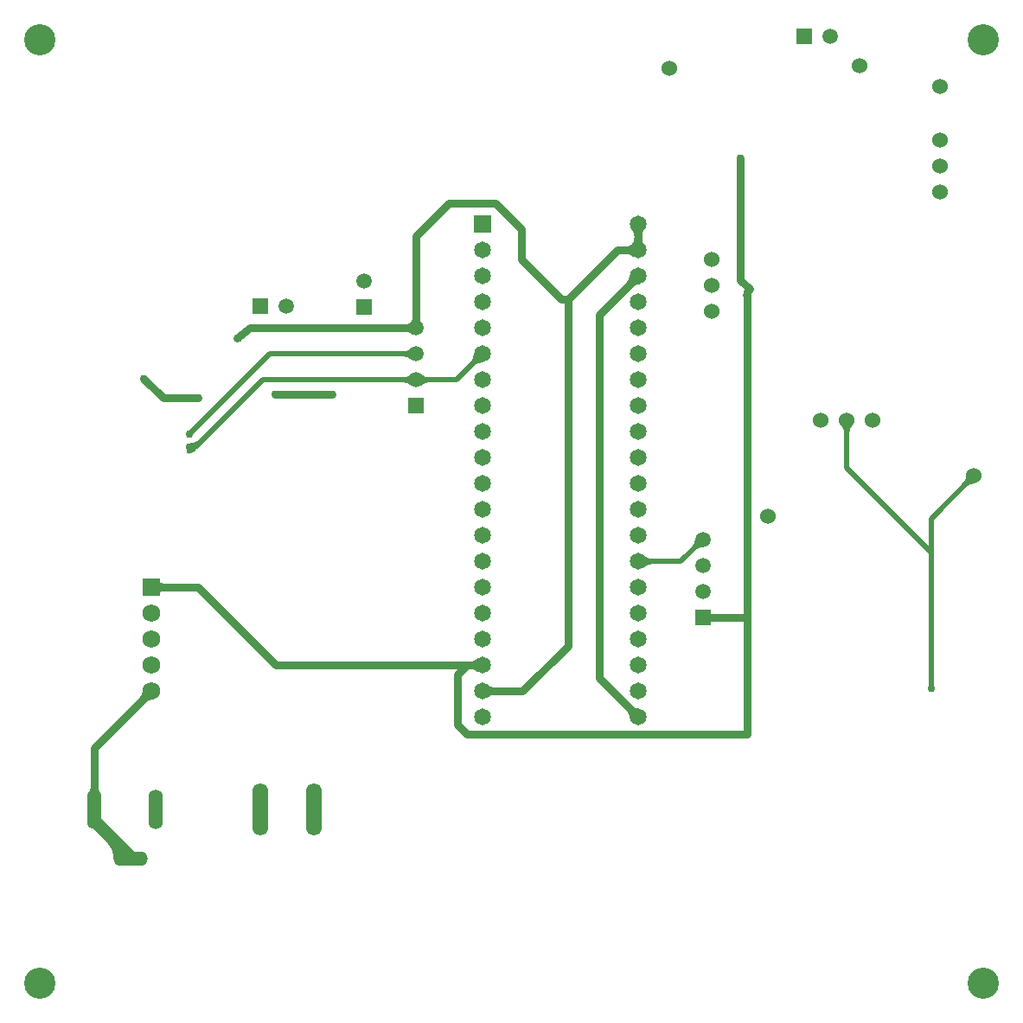
<source format=gbl>
%FSLAX25Y25*%
%MOIN*%
G70*
G01*
G75*
G04 Layer_Physical_Order=2*
G04 Layer_Color=16711680*
%ADD10C,0.02000*%
%ADD11C,0.03000*%
%ADD12R,0.04724X0.02756*%
%ADD13R,0.05315X0.03347*%
%ADD14R,0.03347X0.05315*%
%ADD15O,0.07087X0.02441*%
%ADD16R,0.07087X0.02441*%
%ADD17R,0.12000X0.12000*%
%ADD18O,0.02362X0.07480*%
%ADD19R,0.02756X0.04724*%
%ADD20C,0.05000*%
%ADD21C,0.05906*%
%ADD22R,0.05906X0.05906*%
%ADD23R,0.05906X0.05906*%
%ADD24R,0.06900X0.06900*%
%ADD25C,0.06900*%
%ADD26C,0.12000*%
%ADD27C,0.06500*%
%ADD28R,0.06500X0.06500*%
%ADD29O,0.05600X0.15200*%
%ADD30O,0.13200X0.05600*%
%ADD31O,0.06000X0.20200*%
%ADD32C,0.06000*%
%ADD33C,0.03000*%
%ADD34C,0.01000*%
D10*
X72500Y220000D02*
G03*
X74207Y220707I0J2414D01*
G01*
X72500Y222000D02*
G03*
X77621Y224121I0J7243D01*
G01*
X375000Y208500D02*
G03*
X371586Y207086I0J-4828D01*
G01*
X371586Y207086D02*
G03*
X373000Y210500I-3414J3414D01*
G01*
X327414Y230586D02*
G03*
X326000Y227172I3414J-3414D01*
G01*
D02*
G03*
X324586Y230586I-4828J0D01*
G01*
X158619Y256119D02*
G03*
X155286Y257500I-3334J-3334D01*
G01*
D02*
G03*
X158619Y258881I0J4714D01*
G01*
Y246119D02*
G03*
X155286Y247500I-3334J-3334D01*
G01*
D02*
G03*
X158619Y248881I0J4714D01*
G01*
X161381D02*
G03*
X164714Y247500I3334J3334D01*
G01*
D02*
G03*
X161381Y246119I0J-4714D01*
G01*
X185500Y255250D02*
G03*
X181659Y253659I0J-5432D01*
G01*
D02*
G03*
X183250Y257500I-3841J3841D01*
G01*
X247091Y179091D02*
G03*
X250932Y177500I3841J3841D01*
G01*
D02*
G03*
X247091Y175909I0J-5432D01*
G01*
X270500Y184047D02*
G03*
X267166Y182667I0J-4714D01*
G01*
X267166Y182666D02*
G03*
X268547Y186000I-3334J3334D01*
G01*
X371586Y207086D02*
G03*
X373000Y210500I-3414J3414D01*
G01*
X375000Y208500D02*
G03*
X371586Y207086I0J-4828D01*
G01*
X326000Y227172D02*
G03*
X324586Y230586I-4828J0D01*
G01*
X327414D02*
G03*
X326000Y227172I3414J-3414D01*
G01*
X155286Y257500D02*
G03*
X158619Y258881I0J4714D01*
G01*
Y256119D02*
G03*
X155286Y257500I-3334J-3334D01*
G01*
X164714Y247500D02*
G03*
X161381Y246119I0J-4714D01*
G01*
Y248881D02*
G03*
X164714Y247500I3334J3334D01*
G01*
X155286D02*
G03*
X158619Y248881I0J4714D01*
G01*
Y246119D02*
G03*
X155286Y247500I-3334J-3334D01*
G01*
X181659Y253659D02*
G03*
X183250Y257500I-3841J3841D01*
G01*
X185500Y255250D02*
G03*
X181659Y253659I0J-5432D01*
G01*
X72500Y222000D02*
G03*
X77621Y224121I0J7243D01*
G01*
X72500Y220000D02*
G03*
X74207Y220707I0J2414D01*
G01*
X262000Y177500D02*
X270500Y186000D01*
X245500Y177500D02*
X262000D01*
X103500Y257500D02*
X160000D01*
X72500Y226500D02*
X103500Y257500D01*
X101000Y247500D02*
X175500D01*
X75000Y221500D02*
X101000Y247500D01*
X72500Y221500D02*
X75000D01*
X358500Y128500D02*
Y181000D01*
X326000Y213500D02*
X358500Y181000D01*
X326000Y213500D02*
Y232000D01*
X175500Y247500D02*
X185500Y257500D01*
X358500Y194000D02*
X375000Y210500D01*
X358500Y181000D02*
Y194000D01*
D11*
X288500Y282500D02*
G03*
X287500Y280086I2414J-2414D01*
G01*
X158973Y266473D02*
G03*
X156493Y267500I-2480J-2480D01*
G01*
D02*
G03*
X158973Y268527I0J3507D01*
G01*
D02*
G03*
X160000Y271007I-2480J2480D01*
G01*
D02*
G03*
X161027Y268527I3507J0D01*
G01*
X35081Y87719D02*
G03*
X36000Y89938I-2219J2219D01*
G01*
D02*
G03*
X36919Y87719I3139J0D01*
G01*
X184263Y136263D02*
G03*
X181275Y137500I-2987J-2987D01*
G01*
D02*
G03*
X184263Y138737I0J4225D01*
G01*
X186737Y128737D02*
G03*
X189725Y127500I2987J2987D01*
G01*
D02*
G03*
X186737Y126263I0J-4225D01*
G01*
X243750Y117500D02*
G03*
X242513Y120487I-4225J0D01*
G01*
X242513Y120487D02*
G03*
X245500Y119250I2987J2987D01*
G01*
X246737Y306263D02*
G03*
X245500Y303275I2987J-2987D01*
G01*
D02*
G03*
X244263Y306263I-4225J0D01*
G01*
X245500Y285750D02*
G03*
X242513Y284513I0J-4225D01*
G01*
X242513Y284513D02*
G03*
X243750Y287500I-2987J2987D01*
G01*
X244263Y296263D02*
G03*
X241275Y297500I-2987J-2987D01*
G01*
D02*
G03*
X244263Y298737I0J4225D01*
G01*
D02*
G03*
X245500Y301725I-2987J2987D01*
G01*
D02*
G03*
X246737Y298737I4225J0D01*
G01*
X58000Y125550D02*
G03*
X54671Y124171I0J-4708D01*
G01*
D02*
G03*
X56050Y127500I-3329J3329D01*
G01*
X59379Y168879D02*
G03*
X62708Y167500I3329J3329D01*
G01*
D02*
G03*
X59379Y166121I0J-4708D01*
G01*
X271527Y157027D02*
G03*
X274007Y156000I2480J2480D01*
G01*
D02*
G03*
X271527Y154973I0J-3507D01*
G01*
X160000Y271007D02*
G03*
X161027Y268527I3507J0D01*
G01*
X158973D02*
G03*
X160000Y271007I-2480J2480D01*
G01*
X156493Y267500D02*
G03*
X158973Y268527I0J3507D01*
G01*
Y266473D02*
G03*
X156493Y267500I-2480J-2480D01*
G01*
X36000Y89938D02*
G03*
X36919Y87719I3139J0D01*
G01*
X35081D02*
G03*
X36000Y89938I-2219J2219D01*
G01*
X181275Y137500D02*
G03*
X184263Y138737I0J4225D01*
G01*
Y136263D02*
G03*
X181275Y137500I-2987J-2987D01*
G01*
X189725Y127500D02*
G03*
X186737Y126263I0J-4225D01*
G01*
Y128737D02*
G03*
X189725Y127500I2987J2987D01*
G01*
X242513Y120487D02*
G03*
X245500Y119250I2987J2987D01*
G01*
X243750Y117500D02*
G03*
X242513Y120487I-4225J0D01*
G01*
X245500Y303275D02*
G03*
X244263Y306263I-4225J0D01*
G01*
X246737D02*
G03*
X245500Y303275I2987J-2987D01*
G01*
X242513Y284513D02*
G03*
X243750Y287500I-2987J2987D01*
G01*
X245500Y285750D02*
G03*
X242513Y284513I0J-4225D01*
G01*
X241275Y297500D02*
G03*
X244263Y298737I0J4225D01*
G01*
Y296263D02*
G03*
X241275Y297500I-2987J-2987D01*
G01*
X245500Y301725D02*
G03*
X246737Y298737I4225J0D01*
G01*
X244263D02*
G03*
X245500Y301725I-2987J2987D01*
G01*
X54671Y124171D02*
G03*
X56050Y127500I-3329J3329D01*
G01*
X58000Y125550D02*
G03*
X54671Y124171I0J-4708D01*
G01*
X62708Y167500D02*
G03*
X59379Y166121I0J-4708D01*
G01*
Y168879D02*
G03*
X62708Y167500I3329J3329D01*
G01*
X287500Y156000D02*
Y185000D01*
Y111000D02*
Y156000D01*
X270500D02*
X287500D01*
Y185000D02*
Y281500D01*
X288500Y282500D01*
X105500Y242000D02*
X127500D01*
X96000Y267500D02*
X160000D01*
X90953Y263453D02*
X96000Y267500D01*
X200500Y294000D02*
Y305500D01*
X190500Y315500D02*
X200500Y305500D01*
X172500Y315500D02*
X190500D01*
X160000Y303000D02*
X172500Y315500D01*
X200500Y294000D02*
X216000Y278500D01*
X218500D01*
X160000Y267500D02*
Y303000D01*
X106000Y137500D02*
X179500D01*
X76000Y167500D02*
X106000Y137500D01*
X58000Y167500D02*
X76000D01*
X179500Y137500D02*
X185500D01*
X176000Y134000D02*
X179500Y137500D01*
X176000Y114500D02*
Y134000D01*
X179500Y111000D02*
X287500D01*
X176000Y114500D02*
X179500Y111000D01*
X285000Y286000D02*
X288500Y282500D01*
X285000Y286000D02*
Y333000D01*
X230500Y132500D02*
X245500Y117500D01*
X230500Y132500D02*
Y272500D01*
X245500Y287500D01*
X237500Y297500D02*
X245500D01*
X218500Y278500D02*
X237500Y297500D01*
X218500Y145000D02*
Y278500D01*
X201000Y127500D02*
X218500Y145000D01*
X185500Y127500D02*
X201000D01*
X245500Y297500D02*
Y307500D01*
X36000Y82000D02*
Y105500D01*
X58000Y127500D01*
X55000Y248000D02*
X62500Y240500D01*
X76000D01*
D20*
X46000Y63000D02*
G03*
X42818Y70682I-10864J0D01*
G01*
X46000Y63000D02*
G03*
X42818Y70682I-10864J0D01*
G01*
X36000Y77500D02*
X50000Y63500D01*
D21*
X270500Y186000D02*
D03*
Y176000D02*
D03*
Y166000D02*
D03*
X319500Y380000D02*
D03*
X160000Y247500D02*
D03*
Y257500D02*
D03*
Y267500D02*
D03*
X110000Y276000D02*
D03*
X140000Y285500D02*
D03*
D22*
X270500Y156000D02*
D03*
X160000Y237500D02*
D03*
X140000Y275500D02*
D03*
D23*
X309500Y380000D02*
D03*
X100000Y276000D02*
D03*
D24*
X58000Y167500D02*
D03*
D25*
Y157500D02*
D03*
Y147500D02*
D03*
Y137500D02*
D03*
Y127500D02*
D03*
D26*
X378701Y15000D02*
D03*
X15000D02*
D03*
X378701Y378701D02*
D03*
X15000D02*
D03*
D27*
X245500Y257500D02*
D03*
Y297500D02*
D03*
Y277500D02*
D03*
Y267500D02*
D03*
Y217500D02*
D03*
Y227500D02*
D03*
Y237500D02*
D03*
Y247500D02*
D03*
Y287500D02*
D03*
Y307500D02*
D03*
Y207500D02*
D03*
Y187500D02*
D03*
Y147500D02*
D03*
Y137500D02*
D03*
Y127500D02*
D03*
Y117500D02*
D03*
Y167500D02*
D03*
Y177500D02*
D03*
Y197500D02*
D03*
Y157500D02*
D03*
X185500D02*
D03*
Y197500D02*
D03*
Y177500D02*
D03*
Y167500D02*
D03*
Y117500D02*
D03*
Y127500D02*
D03*
Y137500D02*
D03*
Y147500D02*
D03*
Y187500D02*
D03*
Y207500D02*
D03*
Y287500D02*
D03*
Y247500D02*
D03*
Y237500D02*
D03*
Y227500D02*
D03*
Y217500D02*
D03*
Y267500D02*
D03*
Y277500D02*
D03*
Y297500D02*
D03*
Y257500D02*
D03*
D28*
Y307500D02*
D03*
D29*
X59475Y82000D02*
D03*
X36000D02*
D03*
D30*
X50100Y63000D02*
D03*
D31*
X100000Y82000D02*
D03*
X120625D02*
D03*
D32*
X362000Y340000D02*
D03*
Y330000D02*
D03*
Y320000D02*
D03*
X274000Y294000D02*
D03*
Y284000D02*
D03*
Y274000D02*
D03*
X316000Y232000D02*
D03*
X326000D02*
D03*
X336000D02*
D03*
X257500Y367500D02*
D03*
X331000Y368500D02*
D03*
X362000Y360500D02*
D03*
X375000Y210500D02*
D03*
X295500Y195000D02*
D03*
D33*
X105500Y242000D02*
D03*
X127500D02*
D03*
X91500Y263500D02*
D03*
X72500Y221500D02*
D03*
Y226500D02*
D03*
X358500Y128500D02*
D03*
X287500Y185000D02*
D03*
Y111000D02*
D03*
X285000Y333000D02*
D03*
X288500Y282500D02*
D03*
X76000Y240500D02*
D03*
X55000Y248000D02*
D03*
D34*
X36000Y77500D02*
Y82000D01*
M02*

</source>
